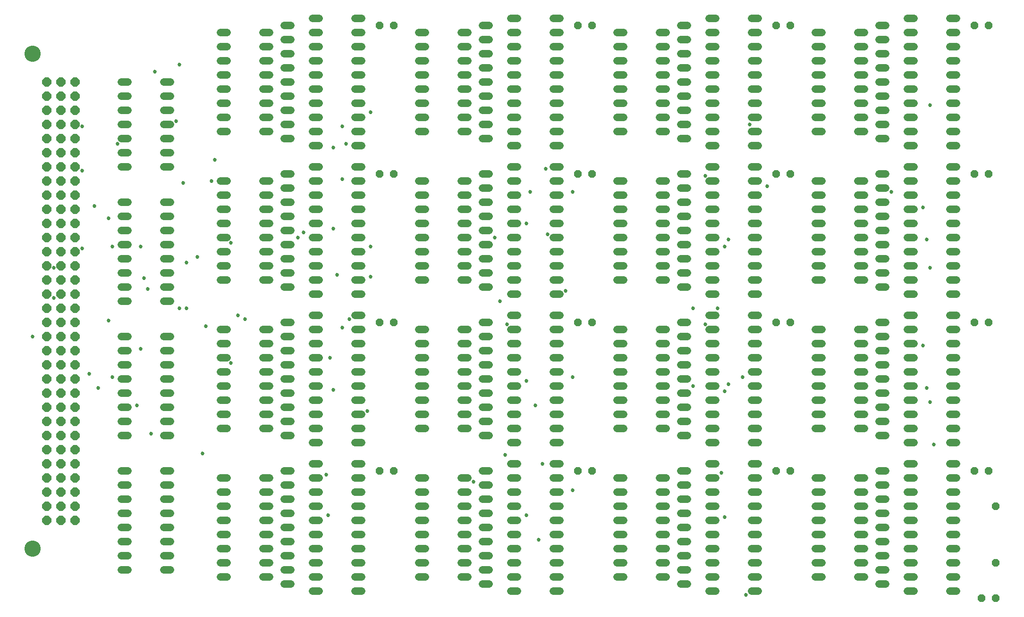
<source format=gbr>
G04 EAGLE Gerber RS-274X export*
G75*
%MOMM*%
%FSLAX34Y34*%
%LPD*%
%INSoldermask Bottom*%
%IPPOS*%
%AMOC8*
5,1,8,0,0,1.08239X$1,22.5*%
G01*
%ADD10P,1.787026X8X202.500000*%
%ADD11C,2.921000*%
%ADD12P,1.457113X8X202.500000*%
%ADD13P,1.457113X8X112.500000*%
%ADD14C,1.346200*%
%ADD15P,1.457113X8X22.500000*%
%ADD16C,0.685800*%


D10*
X50800Y177800D03*
X50800Y203200D03*
X50800Y228600D03*
X50800Y254000D03*
X50800Y279400D03*
X50800Y304800D03*
X50800Y330200D03*
X50800Y355600D03*
X50800Y381000D03*
X50800Y406400D03*
X50800Y431800D03*
X50800Y457200D03*
X50800Y482600D03*
X50800Y508000D03*
X50800Y533400D03*
X50800Y558800D03*
X76200Y177800D03*
X76200Y203200D03*
X76200Y228600D03*
X76200Y254000D03*
X76200Y279400D03*
X76200Y304800D03*
X76200Y330200D03*
X76200Y355600D03*
X76200Y381000D03*
X76200Y406400D03*
X76200Y431800D03*
X76200Y457200D03*
X76200Y482600D03*
X76200Y508000D03*
X76200Y533400D03*
X76200Y558800D03*
X101600Y177800D03*
X101600Y203200D03*
X101600Y228600D03*
X101600Y254000D03*
X101600Y279400D03*
X101600Y304800D03*
X101600Y330200D03*
X101600Y355600D03*
X101600Y381000D03*
X101600Y406400D03*
X101600Y431800D03*
X101600Y457200D03*
X101600Y482600D03*
X101600Y508000D03*
X101600Y533400D03*
X101600Y558800D03*
X50800Y584200D03*
X50800Y609600D03*
X50800Y635000D03*
X50800Y660400D03*
X50800Y685800D03*
X50800Y711200D03*
X50800Y736600D03*
X50800Y762000D03*
X50800Y787400D03*
X50800Y812800D03*
X50800Y838200D03*
X50800Y863600D03*
X50800Y889000D03*
X50800Y914400D03*
X50800Y939800D03*
X50800Y965200D03*
X76200Y584200D03*
X76200Y609600D03*
X76200Y635000D03*
X76200Y660400D03*
X76200Y685800D03*
X76200Y711200D03*
X76200Y736600D03*
X76200Y762000D03*
X76200Y787400D03*
X76200Y812800D03*
X76200Y838200D03*
X76200Y863600D03*
X76200Y889000D03*
X76200Y914400D03*
X76200Y939800D03*
X76200Y965200D03*
X101600Y584200D03*
X101600Y609600D03*
X101600Y635000D03*
X101600Y660400D03*
X101600Y685800D03*
X101600Y711200D03*
X101600Y736600D03*
X101600Y762000D03*
X101600Y787400D03*
X101600Y812800D03*
X101600Y838200D03*
X101600Y863600D03*
X101600Y889000D03*
X101600Y914400D03*
X101600Y939800D03*
X101600Y965200D03*
D11*
X25400Y1016064D03*
X25400Y126936D03*
D12*
X1752600Y38100D03*
X1727200Y38100D03*
D13*
X1752600Y101600D03*
X1752600Y203200D03*
D14*
X539496Y1079500D02*
X527304Y1079500D01*
X527304Y1054100D02*
X539496Y1054100D01*
X539496Y927100D02*
X527304Y927100D01*
X527304Y901700D02*
X539496Y901700D01*
X539496Y1028700D02*
X527304Y1028700D01*
X527304Y1003300D02*
X539496Y1003300D01*
X539496Y952500D02*
X527304Y952500D01*
X527304Y977900D02*
X539496Y977900D01*
X539496Y876300D02*
X527304Y876300D01*
X527304Y850900D02*
X539496Y850900D01*
X603504Y850900D02*
X615696Y850900D01*
X615696Y876300D02*
X603504Y876300D01*
X603504Y901700D02*
X615696Y901700D01*
X615696Y927100D02*
X603504Y927100D01*
X603504Y952500D02*
X615696Y952500D01*
X615696Y977900D02*
X603504Y977900D01*
X603504Y1003300D02*
X615696Y1003300D01*
X615696Y1028700D02*
X603504Y1028700D01*
X603504Y1054100D02*
X615696Y1054100D01*
X615696Y1079500D02*
X603504Y1079500D01*
X488696Y1066800D02*
X476504Y1066800D01*
X476504Y1041400D02*
X488696Y1041400D01*
X488696Y1016000D02*
X476504Y1016000D01*
X476504Y990600D02*
X488696Y990600D01*
X488696Y965200D02*
X476504Y965200D01*
X476504Y939800D02*
X488696Y939800D01*
X488696Y914400D02*
X476504Y914400D01*
X476504Y889000D02*
X488696Y889000D01*
X488696Y863600D02*
X476504Y863600D01*
X527304Y812800D02*
X539496Y812800D01*
X539496Y787400D02*
X527304Y787400D01*
X527304Y660400D02*
X539496Y660400D01*
X539496Y635000D02*
X527304Y635000D01*
X527304Y762000D02*
X539496Y762000D01*
X539496Y736600D02*
X527304Y736600D01*
X527304Y685800D02*
X539496Y685800D01*
X539496Y711200D02*
X527304Y711200D01*
X527304Y609600D02*
X539496Y609600D01*
X539496Y584200D02*
X527304Y584200D01*
X603504Y584200D02*
X615696Y584200D01*
X615696Y609600D02*
X603504Y609600D01*
X603504Y635000D02*
X615696Y635000D01*
X615696Y660400D02*
X603504Y660400D01*
X603504Y685800D02*
X615696Y685800D01*
X615696Y711200D02*
X603504Y711200D01*
X603504Y736600D02*
X615696Y736600D01*
X615696Y762000D02*
X603504Y762000D01*
X603504Y787400D02*
X615696Y787400D01*
X615696Y812800D02*
X603504Y812800D01*
X488696Y800100D02*
X476504Y800100D01*
X476504Y774700D02*
X488696Y774700D01*
X488696Y749300D02*
X476504Y749300D01*
X476504Y723900D02*
X488696Y723900D01*
X488696Y698500D02*
X476504Y698500D01*
X476504Y673100D02*
X488696Y673100D01*
X488696Y647700D02*
X476504Y647700D01*
X476504Y622300D02*
X488696Y622300D01*
X488696Y596900D02*
X476504Y596900D01*
X527304Y546100D02*
X539496Y546100D01*
X539496Y520700D02*
X527304Y520700D01*
X527304Y393700D02*
X539496Y393700D01*
X539496Y368300D02*
X527304Y368300D01*
X527304Y495300D02*
X539496Y495300D01*
X539496Y469900D02*
X527304Y469900D01*
X527304Y419100D02*
X539496Y419100D01*
X539496Y444500D02*
X527304Y444500D01*
X527304Y342900D02*
X539496Y342900D01*
X539496Y317500D02*
X527304Y317500D01*
X603504Y317500D02*
X615696Y317500D01*
X615696Y342900D02*
X603504Y342900D01*
X603504Y368300D02*
X615696Y368300D01*
X615696Y393700D02*
X603504Y393700D01*
X603504Y419100D02*
X615696Y419100D01*
X615696Y444500D02*
X603504Y444500D01*
X603504Y469900D02*
X615696Y469900D01*
X615696Y495300D02*
X603504Y495300D01*
X603504Y520700D02*
X615696Y520700D01*
X615696Y546100D02*
X603504Y546100D01*
X488696Y533400D02*
X476504Y533400D01*
X476504Y508000D02*
X488696Y508000D01*
X488696Y482600D02*
X476504Y482600D01*
X476504Y457200D02*
X488696Y457200D01*
X488696Y431800D02*
X476504Y431800D01*
X476504Y406400D02*
X488696Y406400D01*
X488696Y381000D02*
X476504Y381000D01*
X476504Y355600D02*
X488696Y355600D01*
X488696Y330200D02*
X476504Y330200D01*
X527304Y279400D02*
X539496Y279400D01*
X539496Y254000D02*
X527304Y254000D01*
X527304Y127000D02*
X539496Y127000D01*
X539496Y101600D02*
X527304Y101600D01*
X527304Y228600D02*
X539496Y228600D01*
X539496Y203200D02*
X527304Y203200D01*
X527304Y152400D02*
X539496Y152400D01*
X539496Y177800D02*
X527304Y177800D01*
X527304Y76200D02*
X539496Y76200D01*
X539496Y50800D02*
X527304Y50800D01*
X603504Y50800D02*
X615696Y50800D01*
X615696Y76200D02*
X603504Y76200D01*
X603504Y101600D02*
X615696Y101600D01*
X615696Y127000D02*
X603504Y127000D01*
X603504Y152400D02*
X615696Y152400D01*
X615696Y177800D02*
X603504Y177800D01*
X603504Y203200D02*
X615696Y203200D01*
X615696Y228600D02*
X603504Y228600D01*
X603504Y254000D02*
X615696Y254000D01*
X615696Y279400D02*
X603504Y279400D01*
X488696Y266700D02*
X476504Y266700D01*
X476504Y241300D02*
X488696Y241300D01*
X488696Y215900D02*
X476504Y215900D01*
X476504Y190500D02*
X488696Y190500D01*
X488696Y165100D02*
X476504Y165100D01*
X476504Y139700D02*
X488696Y139700D01*
X488696Y114300D02*
X476504Y114300D01*
X476504Y88900D02*
X488696Y88900D01*
X488696Y63500D02*
X476504Y63500D01*
X882904Y1079500D02*
X895096Y1079500D01*
X895096Y1054100D02*
X882904Y1054100D01*
X882904Y927100D02*
X895096Y927100D01*
X895096Y901700D02*
X882904Y901700D01*
X882904Y1028700D02*
X895096Y1028700D01*
X895096Y1003300D02*
X882904Y1003300D01*
X882904Y952500D02*
X895096Y952500D01*
X895096Y977900D02*
X882904Y977900D01*
X882904Y876300D02*
X895096Y876300D01*
X895096Y850900D02*
X882904Y850900D01*
X959104Y850900D02*
X971296Y850900D01*
X971296Y876300D02*
X959104Y876300D01*
X959104Y901700D02*
X971296Y901700D01*
X971296Y927100D02*
X959104Y927100D01*
X959104Y952500D02*
X971296Y952500D01*
X971296Y977900D02*
X959104Y977900D01*
X959104Y1003300D02*
X971296Y1003300D01*
X971296Y1028700D02*
X959104Y1028700D01*
X959104Y1054100D02*
X971296Y1054100D01*
X971296Y1079500D02*
X959104Y1079500D01*
X844296Y1066800D02*
X832104Y1066800D01*
X832104Y1041400D02*
X844296Y1041400D01*
X844296Y1016000D02*
X832104Y1016000D01*
X832104Y990600D02*
X844296Y990600D01*
X844296Y965200D02*
X832104Y965200D01*
X832104Y939800D02*
X844296Y939800D01*
X844296Y914400D02*
X832104Y914400D01*
X832104Y889000D02*
X844296Y889000D01*
X844296Y863600D02*
X832104Y863600D01*
X882904Y812800D02*
X895096Y812800D01*
X895096Y787400D02*
X882904Y787400D01*
X882904Y660400D02*
X895096Y660400D01*
X895096Y635000D02*
X882904Y635000D01*
X882904Y762000D02*
X895096Y762000D01*
X895096Y736600D02*
X882904Y736600D01*
X882904Y685800D02*
X895096Y685800D01*
X895096Y711200D02*
X882904Y711200D01*
X882904Y609600D02*
X895096Y609600D01*
X895096Y584200D02*
X882904Y584200D01*
X959104Y584200D02*
X971296Y584200D01*
X971296Y609600D02*
X959104Y609600D01*
X959104Y635000D02*
X971296Y635000D01*
X971296Y660400D02*
X959104Y660400D01*
X959104Y685800D02*
X971296Y685800D01*
X971296Y711200D02*
X959104Y711200D01*
X959104Y736600D02*
X971296Y736600D01*
X971296Y762000D02*
X959104Y762000D01*
X959104Y787400D02*
X971296Y787400D01*
X971296Y812800D02*
X959104Y812800D01*
X844296Y800100D02*
X832104Y800100D01*
X832104Y774700D02*
X844296Y774700D01*
X844296Y749300D02*
X832104Y749300D01*
X832104Y723900D02*
X844296Y723900D01*
X844296Y698500D02*
X832104Y698500D01*
X832104Y673100D02*
X844296Y673100D01*
X844296Y647700D02*
X832104Y647700D01*
X832104Y622300D02*
X844296Y622300D01*
X844296Y596900D02*
X832104Y596900D01*
X882904Y546100D02*
X895096Y546100D01*
X895096Y520700D02*
X882904Y520700D01*
X882904Y393700D02*
X895096Y393700D01*
X895096Y368300D02*
X882904Y368300D01*
X882904Y495300D02*
X895096Y495300D01*
X895096Y469900D02*
X882904Y469900D01*
X882904Y419100D02*
X895096Y419100D01*
X895096Y444500D02*
X882904Y444500D01*
X882904Y342900D02*
X895096Y342900D01*
X895096Y317500D02*
X882904Y317500D01*
X959104Y317500D02*
X971296Y317500D01*
X971296Y342900D02*
X959104Y342900D01*
X959104Y368300D02*
X971296Y368300D01*
X971296Y393700D02*
X959104Y393700D01*
X959104Y419100D02*
X971296Y419100D01*
X971296Y444500D02*
X959104Y444500D01*
X959104Y469900D02*
X971296Y469900D01*
X971296Y495300D02*
X959104Y495300D01*
X959104Y520700D02*
X971296Y520700D01*
X971296Y546100D02*
X959104Y546100D01*
X844296Y533400D02*
X832104Y533400D01*
X832104Y508000D02*
X844296Y508000D01*
X844296Y482600D02*
X832104Y482600D01*
X832104Y457200D02*
X844296Y457200D01*
X844296Y431800D02*
X832104Y431800D01*
X832104Y406400D02*
X844296Y406400D01*
X844296Y381000D02*
X832104Y381000D01*
X832104Y355600D02*
X844296Y355600D01*
X844296Y330200D02*
X832104Y330200D01*
X882904Y279400D02*
X895096Y279400D01*
X895096Y254000D02*
X882904Y254000D01*
X882904Y127000D02*
X895096Y127000D01*
X895096Y101600D02*
X882904Y101600D01*
X882904Y228600D02*
X895096Y228600D01*
X895096Y203200D02*
X882904Y203200D01*
X882904Y152400D02*
X895096Y152400D01*
X895096Y177800D02*
X882904Y177800D01*
X882904Y76200D02*
X895096Y76200D01*
X895096Y50800D02*
X882904Y50800D01*
X959104Y50800D02*
X971296Y50800D01*
X971296Y76200D02*
X959104Y76200D01*
X959104Y101600D02*
X971296Y101600D01*
X971296Y127000D02*
X959104Y127000D01*
X959104Y152400D02*
X971296Y152400D01*
X971296Y177800D02*
X959104Y177800D01*
X959104Y203200D02*
X971296Y203200D01*
X971296Y228600D02*
X959104Y228600D01*
X959104Y254000D02*
X971296Y254000D01*
X971296Y279400D02*
X959104Y279400D01*
X844296Y266700D02*
X832104Y266700D01*
X832104Y241300D02*
X844296Y241300D01*
X844296Y215900D02*
X832104Y215900D01*
X832104Y190500D02*
X844296Y190500D01*
X844296Y165100D02*
X832104Y165100D01*
X832104Y139700D02*
X844296Y139700D01*
X844296Y114300D02*
X832104Y114300D01*
X832104Y88900D02*
X844296Y88900D01*
X844296Y63500D02*
X832104Y63500D01*
X1238504Y1079500D02*
X1250696Y1079500D01*
X1250696Y1054100D02*
X1238504Y1054100D01*
X1238504Y927100D02*
X1250696Y927100D01*
X1250696Y901700D02*
X1238504Y901700D01*
X1238504Y1028700D02*
X1250696Y1028700D01*
X1250696Y1003300D02*
X1238504Y1003300D01*
X1238504Y952500D02*
X1250696Y952500D01*
X1250696Y977900D02*
X1238504Y977900D01*
X1238504Y876300D02*
X1250696Y876300D01*
X1250696Y850900D02*
X1238504Y850900D01*
X1314704Y850900D02*
X1326896Y850900D01*
X1326896Y876300D02*
X1314704Y876300D01*
X1314704Y901700D02*
X1326896Y901700D01*
X1326896Y927100D02*
X1314704Y927100D01*
X1314704Y952500D02*
X1326896Y952500D01*
X1326896Y977900D02*
X1314704Y977900D01*
X1314704Y1003300D02*
X1326896Y1003300D01*
X1326896Y1028700D02*
X1314704Y1028700D01*
X1314704Y1054100D02*
X1326896Y1054100D01*
X1326896Y1079500D02*
X1314704Y1079500D01*
X1199896Y1066800D02*
X1187704Y1066800D01*
X1187704Y1041400D02*
X1199896Y1041400D01*
X1199896Y1016000D02*
X1187704Y1016000D01*
X1187704Y990600D02*
X1199896Y990600D01*
X1199896Y965200D02*
X1187704Y965200D01*
X1187704Y939800D02*
X1199896Y939800D01*
X1199896Y914400D02*
X1187704Y914400D01*
X1187704Y889000D02*
X1199896Y889000D01*
X1199896Y863600D02*
X1187704Y863600D01*
X1238504Y812800D02*
X1250696Y812800D01*
X1250696Y787400D02*
X1238504Y787400D01*
X1238504Y660400D02*
X1250696Y660400D01*
X1250696Y635000D02*
X1238504Y635000D01*
X1238504Y762000D02*
X1250696Y762000D01*
X1250696Y736600D02*
X1238504Y736600D01*
X1238504Y685800D02*
X1250696Y685800D01*
X1250696Y711200D02*
X1238504Y711200D01*
X1238504Y609600D02*
X1250696Y609600D01*
X1250696Y584200D02*
X1238504Y584200D01*
X1314704Y584200D02*
X1326896Y584200D01*
X1326896Y609600D02*
X1314704Y609600D01*
X1314704Y635000D02*
X1326896Y635000D01*
X1326896Y660400D02*
X1314704Y660400D01*
X1314704Y685800D02*
X1326896Y685800D01*
X1326896Y711200D02*
X1314704Y711200D01*
X1314704Y736600D02*
X1326896Y736600D01*
X1326896Y762000D02*
X1314704Y762000D01*
X1314704Y787400D02*
X1326896Y787400D01*
X1326896Y812800D02*
X1314704Y812800D01*
X1199896Y800100D02*
X1187704Y800100D01*
X1187704Y774700D02*
X1199896Y774700D01*
X1199896Y749300D02*
X1187704Y749300D01*
X1187704Y723900D02*
X1199896Y723900D01*
X1199896Y698500D02*
X1187704Y698500D01*
X1187704Y673100D02*
X1199896Y673100D01*
X1199896Y647700D02*
X1187704Y647700D01*
X1187704Y622300D02*
X1199896Y622300D01*
X1199896Y596900D02*
X1187704Y596900D01*
X1238504Y546100D02*
X1250696Y546100D01*
X1250696Y520700D02*
X1238504Y520700D01*
X1238504Y393700D02*
X1250696Y393700D01*
X1250696Y368300D02*
X1238504Y368300D01*
X1238504Y495300D02*
X1250696Y495300D01*
X1250696Y469900D02*
X1238504Y469900D01*
X1238504Y419100D02*
X1250696Y419100D01*
X1250696Y444500D02*
X1238504Y444500D01*
X1238504Y342900D02*
X1250696Y342900D01*
X1250696Y317500D02*
X1238504Y317500D01*
X1314704Y317500D02*
X1326896Y317500D01*
X1326896Y342900D02*
X1314704Y342900D01*
X1314704Y368300D02*
X1326896Y368300D01*
X1326896Y393700D02*
X1314704Y393700D01*
X1314704Y419100D02*
X1326896Y419100D01*
X1326896Y444500D02*
X1314704Y444500D01*
X1314704Y469900D02*
X1326896Y469900D01*
X1326896Y495300D02*
X1314704Y495300D01*
X1314704Y520700D02*
X1326896Y520700D01*
X1326896Y546100D02*
X1314704Y546100D01*
X1199896Y533400D02*
X1187704Y533400D01*
X1187704Y508000D02*
X1199896Y508000D01*
X1199896Y482600D02*
X1187704Y482600D01*
X1187704Y457200D02*
X1199896Y457200D01*
X1199896Y431800D02*
X1187704Y431800D01*
X1187704Y406400D02*
X1199896Y406400D01*
X1199896Y381000D02*
X1187704Y381000D01*
X1187704Y355600D02*
X1199896Y355600D01*
X1199896Y330200D02*
X1187704Y330200D01*
X1238504Y279400D02*
X1250696Y279400D01*
X1250696Y254000D02*
X1238504Y254000D01*
X1238504Y127000D02*
X1250696Y127000D01*
X1250696Y101600D02*
X1238504Y101600D01*
X1238504Y228600D02*
X1250696Y228600D01*
X1250696Y203200D02*
X1238504Y203200D01*
X1238504Y152400D02*
X1250696Y152400D01*
X1250696Y177800D02*
X1238504Y177800D01*
X1238504Y76200D02*
X1250696Y76200D01*
X1250696Y50800D02*
X1238504Y50800D01*
X1314704Y50800D02*
X1326896Y50800D01*
X1326896Y76200D02*
X1314704Y76200D01*
X1314704Y101600D02*
X1326896Y101600D01*
X1326896Y127000D02*
X1314704Y127000D01*
X1314704Y152400D02*
X1326896Y152400D01*
X1326896Y177800D02*
X1314704Y177800D01*
X1314704Y203200D02*
X1326896Y203200D01*
X1326896Y228600D02*
X1314704Y228600D01*
X1314704Y254000D02*
X1326896Y254000D01*
X1326896Y279400D02*
X1314704Y279400D01*
X1199896Y266700D02*
X1187704Y266700D01*
X1187704Y241300D02*
X1199896Y241300D01*
X1199896Y215900D02*
X1187704Y215900D01*
X1187704Y190500D02*
X1199896Y190500D01*
X1199896Y165100D02*
X1187704Y165100D01*
X1187704Y139700D02*
X1199896Y139700D01*
X1199896Y114300D02*
X1187704Y114300D01*
X1187704Y88900D02*
X1199896Y88900D01*
X1199896Y63500D02*
X1187704Y63500D01*
X1594104Y1079500D02*
X1606296Y1079500D01*
X1606296Y1054100D02*
X1594104Y1054100D01*
X1594104Y927100D02*
X1606296Y927100D01*
X1606296Y901700D02*
X1594104Y901700D01*
X1594104Y1028700D02*
X1606296Y1028700D01*
X1606296Y1003300D02*
X1594104Y1003300D01*
X1594104Y952500D02*
X1606296Y952500D01*
X1606296Y977900D02*
X1594104Y977900D01*
X1594104Y876300D02*
X1606296Y876300D01*
X1606296Y850900D02*
X1594104Y850900D01*
X1670304Y850900D02*
X1682496Y850900D01*
X1682496Y876300D02*
X1670304Y876300D01*
X1670304Y901700D02*
X1682496Y901700D01*
X1682496Y927100D02*
X1670304Y927100D01*
X1670304Y952500D02*
X1682496Y952500D01*
X1682496Y977900D02*
X1670304Y977900D01*
X1670304Y1003300D02*
X1682496Y1003300D01*
X1682496Y1028700D02*
X1670304Y1028700D01*
X1670304Y1054100D02*
X1682496Y1054100D01*
X1682496Y1079500D02*
X1670304Y1079500D01*
X1555496Y1066800D02*
X1543304Y1066800D01*
X1543304Y1041400D02*
X1555496Y1041400D01*
X1555496Y1016000D02*
X1543304Y1016000D01*
X1543304Y990600D02*
X1555496Y990600D01*
X1555496Y965200D02*
X1543304Y965200D01*
X1543304Y939800D02*
X1555496Y939800D01*
X1555496Y914400D02*
X1543304Y914400D01*
X1543304Y889000D02*
X1555496Y889000D01*
X1555496Y863600D02*
X1543304Y863600D01*
X1594104Y812800D02*
X1606296Y812800D01*
X1606296Y787400D02*
X1594104Y787400D01*
X1594104Y660400D02*
X1606296Y660400D01*
X1606296Y635000D02*
X1594104Y635000D01*
X1594104Y762000D02*
X1606296Y762000D01*
X1606296Y736600D02*
X1594104Y736600D01*
X1594104Y685800D02*
X1606296Y685800D01*
X1606296Y711200D02*
X1594104Y711200D01*
X1594104Y609600D02*
X1606296Y609600D01*
X1606296Y584200D02*
X1594104Y584200D01*
X1670304Y584200D02*
X1682496Y584200D01*
X1682496Y609600D02*
X1670304Y609600D01*
X1670304Y635000D02*
X1682496Y635000D01*
X1682496Y660400D02*
X1670304Y660400D01*
X1670304Y685800D02*
X1682496Y685800D01*
X1682496Y711200D02*
X1670304Y711200D01*
X1670304Y736600D02*
X1682496Y736600D01*
X1682496Y762000D02*
X1670304Y762000D01*
X1670304Y787400D02*
X1682496Y787400D01*
X1682496Y812800D02*
X1670304Y812800D01*
X1555496Y800100D02*
X1543304Y800100D01*
X1543304Y774700D02*
X1555496Y774700D01*
X1555496Y749300D02*
X1543304Y749300D01*
X1543304Y723900D02*
X1555496Y723900D01*
X1555496Y698500D02*
X1543304Y698500D01*
X1543304Y673100D02*
X1555496Y673100D01*
X1555496Y647700D02*
X1543304Y647700D01*
X1543304Y622300D02*
X1555496Y622300D01*
X1555496Y596900D02*
X1543304Y596900D01*
X1594104Y546100D02*
X1606296Y546100D01*
X1606296Y520700D02*
X1594104Y520700D01*
X1594104Y393700D02*
X1606296Y393700D01*
X1606296Y368300D02*
X1594104Y368300D01*
X1594104Y495300D02*
X1606296Y495300D01*
X1606296Y469900D02*
X1594104Y469900D01*
X1594104Y419100D02*
X1606296Y419100D01*
X1606296Y444500D02*
X1594104Y444500D01*
X1594104Y342900D02*
X1606296Y342900D01*
X1606296Y317500D02*
X1594104Y317500D01*
X1670304Y317500D02*
X1682496Y317500D01*
X1682496Y342900D02*
X1670304Y342900D01*
X1670304Y368300D02*
X1682496Y368300D01*
X1682496Y393700D02*
X1670304Y393700D01*
X1670304Y419100D02*
X1682496Y419100D01*
X1682496Y444500D02*
X1670304Y444500D01*
X1670304Y469900D02*
X1682496Y469900D01*
X1682496Y495300D02*
X1670304Y495300D01*
X1670304Y520700D02*
X1682496Y520700D01*
X1682496Y546100D02*
X1670304Y546100D01*
X1555496Y533400D02*
X1543304Y533400D01*
X1543304Y508000D02*
X1555496Y508000D01*
X1555496Y482600D02*
X1543304Y482600D01*
X1543304Y457200D02*
X1555496Y457200D01*
X1555496Y431800D02*
X1543304Y431800D01*
X1543304Y406400D02*
X1555496Y406400D01*
X1555496Y381000D02*
X1543304Y381000D01*
X1543304Y355600D02*
X1555496Y355600D01*
X1555496Y330200D02*
X1543304Y330200D01*
X1594104Y279400D02*
X1606296Y279400D01*
X1606296Y254000D02*
X1594104Y254000D01*
X1594104Y127000D02*
X1606296Y127000D01*
X1606296Y101600D02*
X1594104Y101600D01*
X1594104Y228600D02*
X1606296Y228600D01*
X1606296Y203200D02*
X1594104Y203200D01*
X1594104Y152400D02*
X1606296Y152400D01*
X1606296Y177800D02*
X1594104Y177800D01*
X1594104Y76200D02*
X1606296Y76200D01*
X1606296Y50800D02*
X1594104Y50800D01*
X1670304Y50800D02*
X1682496Y50800D01*
X1682496Y76200D02*
X1670304Y76200D01*
X1670304Y101600D02*
X1682496Y101600D01*
X1682496Y127000D02*
X1670304Y127000D01*
X1670304Y152400D02*
X1682496Y152400D01*
X1682496Y177800D02*
X1670304Y177800D01*
X1670304Y203200D02*
X1682496Y203200D01*
X1682496Y228600D02*
X1670304Y228600D01*
X1670304Y254000D02*
X1682496Y254000D01*
X1682496Y279400D02*
X1670304Y279400D01*
X1555496Y266700D02*
X1543304Y266700D01*
X1543304Y241300D02*
X1555496Y241300D01*
X1555496Y215900D02*
X1543304Y215900D01*
X1543304Y190500D02*
X1555496Y190500D01*
X1555496Y165100D02*
X1543304Y165100D01*
X1543304Y139700D02*
X1555496Y139700D01*
X1555496Y114300D02*
X1543304Y114300D01*
X1543304Y88900D02*
X1555496Y88900D01*
X1555496Y63500D02*
X1543304Y63500D01*
X196596Y965200D02*
X184404Y965200D01*
X184404Y939800D02*
X196596Y939800D01*
X196596Y812800D02*
X184404Y812800D01*
X260604Y812800D02*
X272796Y812800D01*
X196596Y914400D02*
X184404Y914400D01*
X184404Y889000D02*
X196596Y889000D01*
X196596Y838200D02*
X184404Y838200D01*
X184404Y863600D02*
X196596Y863600D01*
X260604Y838200D02*
X272796Y838200D01*
X272796Y863600D02*
X260604Y863600D01*
X260604Y889000D02*
X272796Y889000D01*
X272796Y914400D02*
X260604Y914400D01*
X260604Y939800D02*
X272796Y939800D01*
X272796Y965200D02*
X260604Y965200D01*
X196596Y749300D02*
X184404Y749300D01*
X184404Y723900D02*
X196596Y723900D01*
X196596Y596900D02*
X184404Y596900D01*
X184404Y571500D02*
X196596Y571500D01*
X196596Y698500D02*
X184404Y698500D01*
X184404Y673100D02*
X196596Y673100D01*
X196596Y622300D02*
X184404Y622300D01*
X184404Y647700D02*
X196596Y647700D01*
X260604Y571500D02*
X272796Y571500D01*
X272796Y596900D02*
X260604Y596900D01*
X260604Y622300D02*
X272796Y622300D01*
X272796Y647700D02*
X260604Y647700D01*
X260604Y673100D02*
X272796Y673100D01*
X272796Y698500D02*
X260604Y698500D01*
X260604Y723900D02*
X272796Y723900D01*
X272796Y749300D02*
X260604Y749300D01*
X196596Y508000D02*
X184404Y508000D01*
X184404Y482600D02*
X196596Y482600D01*
X196596Y355600D02*
X184404Y355600D01*
X184404Y330200D02*
X196596Y330200D01*
X196596Y457200D02*
X184404Y457200D01*
X184404Y431800D02*
X196596Y431800D01*
X196596Y381000D02*
X184404Y381000D01*
X184404Y406400D02*
X196596Y406400D01*
X260604Y330200D02*
X272796Y330200D01*
X272796Y355600D02*
X260604Y355600D01*
X260604Y381000D02*
X272796Y381000D01*
X272796Y406400D02*
X260604Y406400D01*
X260604Y431800D02*
X272796Y431800D01*
X272796Y457200D02*
X260604Y457200D01*
X260604Y482600D02*
X272796Y482600D01*
X272796Y508000D02*
X260604Y508000D01*
X438404Y876300D02*
X450596Y876300D01*
X450596Y901700D02*
X438404Y901700D01*
X438404Y1028700D02*
X450596Y1028700D01*
X450596Y1054100D02*
X438404Y1054100D01*
X438404Y927100D02*
X450596Y927100D01*
X450596Y952500D02*
X438404Y952500D01*
X438404Y1003300D02*
X450596Y1003300D01*
X450596Y977900D02*
X438404Y977900D01*
X374396Y1054100D02*
X362204Y1054100D01*
X362204Y1028700D02*
X374396Y1028700D01*
X374396Y1003300D02*
X362204Y1003300D01*
X362204Y977900D02*
X374396Y977900D01*
X374396Y952500D02*
X362204Y952500D01*
X362204Y927100D02*
X374396Y927100D01*
X374396Y901700D02*
X362204Y901700D01*
X362204Y876300D02*
X374396Y876300D01*
X438404Y609600D02*
X450596Y609600D01*
X450596Y635000D02*
X438404Y635000D01*
X438404Y762000D02*
X450596Y762000D01*
X450596Y787400D02*
X438404Y787400D01*
X438404Y660400D02*
X450596Y660400D01*
X450596Y685800D02*
X438404Y685800D01*
X438404Y736600D02*
X450596Y736600D01*
X450596Y711200D02*
X438404Y711200D01*
X374396Y787400D02*
X362204Y787400D01*
X362204Y762000D02*
X374396Y762000D01*
X374396Y736600D02*
X362204Y736600D01*
X362204Y711200D02*
X374396Y711200D01*
X374396Y685800D02*
X362204Y685800D01*
X362204Y660400D02*
X374396Y660400D01*
X374396Y635000D02*
X362204Y635000D01*
X362204Y609600D02*
X374396Y609600D01*
X438404Y342900D02*
X450596Y342900D01*
X450596Y368300D02*
X438404Y368300D01*
X438404Y495300D02*
X450596Y495300D01*
X450596Y520700D02*
X438404Y520700D01*
X438404Y393700D02*
X450596Y393700D01*
X450596Y419100D02*
X438404Y419100D01*
X438404Y469900D02*
X450596Y469900D01*
X450596Y444500D02*
X438404Y444500D01*
X374396Y520700D02*
X362204Y520700D01*
X362204Y495300D02*
X374396Y495300D01*
X374396Y469900D02*
X362204Y469900D01*
X362204Y444500D02*
X374396Y444500D01*
X374396Y419100D02*
X362204Y419100D01*
X362204Y393700D02*
X374396Y393700D01*
X374396Y368300D02*
X362204Y368300D01*
X362204Y342900D02*
X374396Y342900D01*
X438404Y76200D02*
X450596Y76200D01*
X450596Y101600D02*
X438404Y101600D01*
X438404Y228600D02*
X450596Y228600D01*
X450596Y254000D02*
X438404Y254000D01*
X438404Y127000D02*
X450596Y127000D01*
X450596Y152400D02*
X438404Y152400D01*
X438404Y203200D02*
X450596Y203200D01*
X450596Y177800D02*
X438404Y177800D01*
X374396Y254000D02*
X362204Y254000D01*
X362204Y228600D02*
X374396Y228600D01*
X374396Y203200D02*
X362204Y203200D01*
X362204Y177800D02*
X374396Y177800D01*
X374396Y152400D02*
X362204Y152400D01*
X362204Y127000D02*
X374396Y127000D01*
X374396Y101600D02*
X362204Y101600D01*
X362204Y76200D02*
X374396Y76200D01*
X794004Y876300D02*
X806196Y876300D01*
X806196Y901700D02*
X794004Y901700D01*
X794004Y1028700D02*
X806196Y1028700D01*
X806196Y1054100D02*
X794004Y1054100D01*
X794004Y927100D02*
X806196Y927100D01*
X806196Y952500D02*
X794004Y952500D01*
X794004Y1003300D02*
X806196Y1003300D01*
X806196Y977900D02*
X794004Y977900D01*
X729996Y1054100D02*
X717804Y1054100D01*
X717804Y1028700D02*
X729996Y1028700D01*
X729996Y1003300D02*
X717804Y1003300D01*
X717804Y977900D02*
X729996Y977900D01*
X729996Y952500D02*
X717804Y952500D01*
X717804Y927100D02*
X729996Y927100D01*
X729996Y901700D02*
X717804Y901700D01*
X717804Y876300D02*
X729996Y876300D01*
X794004Y609600D02*
X806196Y609600D01*
X806196Y635000D02*
X794004Y635000D01*
X794004Y762000D02*
X806196Y762000D01*
X806196Y787400D02*
X794004Y787400D01*
X794004Y660400D02*
X806196Y660400D01*
X806196Y685800D02*
X794004Y685800D01*
X794004Y736600D02*
X806196Y736600D01*
X806196Y711200D02*
X794004Y711200D01*
X729996Y787400D02*
X717804Y787400D01*
X717804Y762000D02*
X729996Y762000D01*
X729996Y736600D02*
X717804Y736600D01*
X717804Y711200D02*
X729996Y711200D01*
X729996Y685800D02*
X717804Y685800D01*
X717804Y660400D02*
X729996Y660400D01*
X729996Y635000D02*
X717804Y635000D01*
X717804Y609600D02*
X729996Y609600D01*
X794004Y342900D02*
X806196Y342900D01*
X806196Y368300D02*
X794004Y368300D01*
X794004Y495300D02*
X806196Y495300D01*
X806196Y520700D02*
X794004Y520700D01*
X794004Y393700D02*
X806196Y393700D01*
X806196Y419100D02*
X794004Y419100D01*
X794004Y469900D02*
X806196Y469900D01*
X806196Y444500D02*
X794004Y444500D01*
X729996Y520700D02*
X717804Y520700D01*
X717804Y495300D02*
X729996Y495300D01*
X729996Y469900D02*
X717804Y469900D01*
X717804Y444500D02*
X729996Y444500D01*
X729996Y419100D02*
X717804Y419100D01*
X717804Y393700D02*
X729996Y393700D01*
X729996Y368300D02*
X717804Y368300D01*
X717804Y342900D02*
X729996Y342900D01*
X794004Y76200D02*
X806196Y76200D01*
X806196Y101600D02*
X794004Y101600D01*
X794004Y228600D02*
X806196Y228600D01*
X806196Y254000D02*
X794004Y254000D01*
X794004Y127000D02*
X806196Y127000D01*
X806196Y152400D02*
X794004Y152400D01*
X794004Y203200D02*
X806196Y203200D01*
X806196Y177800D02*
X794004Y177800D01*
X729996Y254000D02*
X717804Y254000D01*
X717804Y228600D02*
X729996Y228600D01*
X729996Y203200D02*
X717804Y203200D01*
X717804Y177800D02*
X729996Y177800D01*
X729996Y152400D02*
X717804Y152400D01*
X717804Y127000D02*
X729996Y127000D01*
X729996Y101600D02*
X717804Y101600D01*
X717804Y76200D02*
X729996Y76200D01*
X1149604Y876300D02*
X1161796Y876300D01*
X1161796Y901700D02*
X1149604Y901700D01*
X1149604Y1028700D02*
X1161796Y1028700D01*
X1161796Y1054100D02*
X1149604Y1054100D01*
X1149604Y927100D02*
X1161796Y927100D01*
X1161796Y952500D02*
X1149604Y952500D01*
X1149604Y1003300D02*
X1161796Y1003300D01*
X1161796Y977900D02*
X1149604Y977900D01*
X1085596Y1054100D02*
X1073404Y1054100D01*
X1073404Y1028700D02*
X1085596Y1028700D01*
X1085596Y1003300D02*
X1073404Y1003300D01*
X1073404Y977900D02*
X1085596Y977900D01*
X1085596Y952500D02*
X1073404Y952500D01*
X1073404Y927100D02*
X1085596Y927100D01*
X1085596Y901700D02*
X1073404Y901700D01*
X1073404Y876300D02*
X1085596Y876300D01*
X1149604Y609600D02*
X1161796Y609600D01*
X1161796Y635000D02*
X1149604Y635000D01*
X1149604Y762000D02*
X1161796Y762000D01*
X1161796Y787400D02*
X1149604Y787400D01*
X1149604Y660400D02*
X1161796Y660400D01*
X1161796Y685800D02*
X1149604Y685800D01*
X1149604Y736600D02*
X1161796Y736600D01*
X1161796Y711200D02*
X1149604Y711200D01*
X1085596Y787400D02*
X1073404Y787400D01*
X1073404Y762000D02*
X1085596Y762000D01*
X1085596Y736600D02*
X1073404Y736600D01*
X1073404Y711200D02*
X1085596Y711200D01*
X1085596Y685800D02*
X1073404Y685800D01*
X1073404Y660400D02*
X1085596Y660400D01*
X1085596Y635000D02*
X1073404Y635000D01*
X1073404Y609600D02*
X1085596Y609600D01*
X1149604Y342900D02*
X1161796Y342900D01*
X1161796Y368300D02*
X1149604Y368300D01*
X1149604Y495300D02*
X1161796Y495300D01*
X1161796Y520700D02*
X1149604Y520700D01*
X1149604Y393700D02*
X1161796Y393700D01*
X1161796Y419100D02*
X1149604Y419100D01*
X1149604Y469900D02*
X1161796Y469900D01*
X1161796Y444500D02*
X1149604Y444500D01*
X1085596Y520700D02*
X1073404Y520700D01*
X1073404Y495300D02*
X1085596Y495300D01*
X1085596Y469900D02*
X1073404Y469900D01*
X1073404Y444500D02*
X1085596Y444500D01*
X1085596Y419100D02*
X1073404Y419100D01*
X1073404Y393700D02*
X1085596Y393700D01*
X1085596Y368300D02*
X1073404Y368300D01*
X1073404Y342900D02*
X1085596Y342900D01*
X1149604Y76200D02*
X1161796Y76200D01*
X1161796Y101600D02*
X1149604Y101600D01*
X1149604Y228600D02*
X1161796Y228600D01*
X1161796Y254000D02*
X1149604Y254000D01*
X1149604Y127000D02*
X1161796Y127000D01*
X1161796Y152400D02*
X1149604Y152400D01*
X1149604Y203200D02*
X1161796Y203200D01*
X1161796Y177800D02*
X1149604Y177800D01*
X1085596Y254000D02*
X1073404Y254000D01*
X1073404Y228600D02*
X1085596Y228600D01*
X1085596Y203200D02*
X1073404Y203200D01*
X1073404Y177800D02*
X1085596Y177800D01*
X1085596Y152400D02*
X1073404Y152400D01*
X1073404Y127000D02*
X1085596Y127000D01*
X1085596Y101600D02*
X1073404Y101600D01*
X1073404Y76200D02*
X1085596Y76200D01*
X1505204Y876300D02*
X1517396Y876300D01*
X1517396Y901700D02*
X1505204Y901700D01*
X1505204Y1028700D02*
X1517396Y1028700D01*
X1517396Y1054100D02*
X1505204Y1054100D01*
X1505204Y927100D02*
X1517396Y927100D01*
X1517396Y952500D02*
X1505204Y952500D01*
X1505204Y1003300D02*
X1517396Y1003300D01*
X1517396Y977900D02*
X1505204Y977900D01*
X1441196Y1054100D02*
X1429004Y1054100D01*
X1429004Y1028700D02*
X1441196Y1028700D01*
X1441196Y1003300D02*
X1429004Y1003300D01*
X1429004Y977900D02*
X1441196Y977900D01*
X1441196Y952500D02*
X1429004Y952500D01*
X1429004Y927100D02*
X1441196Y927100D01*
X1441196Y901700D02*
X1429004Y901700D01*
X1429004Y876300D02*
X1441196Y876300D01*
X1505204Y609600D02*
X1517396Y609600D01*
X1517396Y635000D02*
X1505204Y635000D01*
X1505204Y762000D02*
X1517396Y762000D01*
X1517396Y787400D02*
X1505204Y787400D01*
X1505204Y660400D02*
X1517396Y660400D01*
X1517396Y685800D02*
X1505204Y685800D01*
X1505204Y736600D02*
X1517396Y736600D01*
X1517396Y711200D02*
X1505204Y711200D01*
X1441196Y787400D02*
X1429004Y787400D01*
X1429004Y762000D02*
X1441196Y762000D01*
X1441196Y736600D02*
X1429004Y736600D01*
X1429004Y711200D02*
X1441196Y711200D01*
X1441196Y685800D02*
X1429004Y685800D01*
X1429004Y660400D02*
X1441196Y660400D01*
X1441196Y635000D02*
X1429004Y635000D01*
X1429004Y609600D02*
X1441196Y609600D01*
X1505204Y342900D02*
X1517396Y342900D01*
X1517396Y368300D02*
X1505204Y368300D01*
X1505204Y495300D02*
X1517396Y495300D01*
X1517396Y520700D02*
X1505204Y520700D01*
X1505204Y393700D02*
X1517396Y393700D01*
X1517396Y419100D02*
X1505204Y419100D01*
X1505204Y469900D02*
X1517396Y469900D01*
X1517396Y444500D02*
X1505204Y444500D01*
X1441196Y520700D02*
X1429004Y520700D01*
X1429004Y495300D02*
X1441196Y495300D01*
X1441196Y469900D02*
X1429004Y469900D01*
X1429004Y444500D02*
X1441196Y444500D01*
X1441196Y419100D02*
X1429004Y419100D01*
X1429004Y393700D02*
X1441196Y393700D01*
X1441196Y368300D02*
X1429004Y368300D01*
X1429004Y342900D02*
X1441196Y342900D01*
X1505204Y76200D02*
X1517396Y76200D01*
X1517396Y101600D02*
X1505204Y101600D01*
X1505204Y228600D02*
X1517396Y228600D01*
X1517396Y254000D02*
X1505204Y254000D01*
X1505204Y127000D02*
X1517396Y127000D01*
X1517396Y152400D02*
X1505204Y152400D01*
X1505204Y203200D02*
X1517396Y203200D01*
X1517396Y177800D02*
X1505204Y177800D01*
X1441196Y254000D02*
X1429004Y254000D01*
X1429004Y228600D02*
X1441196Y228600D01*
X1441196Y203200D02*
X1429004Y203200D01*
X1429004Y177800D02*
X1441196Y177800D01*
X1441196Y152400D02*
X1429004Y152400D01*
X1429004Y127000D02*
X1441196Y127000D01*
X1441196Y101600D02*
X1429004Y101600D01*
X1429004Y76200D02*
X1441196Y76200D01*
X196596Y266700D02*
X184404Y266700D01*
X184404Y241300D02*
X196596Y241300D01*
X196596Y114300D02*
X184404Y114300D01*
X184404Y88900D02*
X196596Y88900D01*
X196596Y215900D02*
X184404Y215900D01*
X184404Y190500D02*
X196596Y190500D01*
X196596Y139700D02*
X184404Y139700D01*
X184404Y165100D02*
X196596Y165100D01*
X260604Y88900D02*
X272796Y88900D01*
X272796Y114300D02*
X260604Y114300D01*
X260604Y139700D02*
X272796Y139700D01*
X272796Y165100D02*
X260604Y165100D01*
X260604Y190500D02*
X272796Y190500D01*
X272796Y215900D02*
X260604Y215900D01*
X260604Y241300D02*
X272796Y241300D01*
X272796Y266700D02*
X260604Y266700D01*
D15*
X647700Y1066800D03*
X673100Y1066800D03*
X647700Y800100D03*
X673100Y800100D03*
X647700Y533400D03*
X673100Y533400D03*
X647700Y266700D03*
X673100Y266700D03*
X1003300Y1066800D03*
X1028700Y1066800D03*
X1003300Y800100D03*
X1028700Y800100D03*
X1003300Y533400D03*
X1028700Y533400D03*
X1003300Y266700D03*
X1028700Y266700D03*
X1358900Y1066800D03*
X1384300Y1066800D03*
X1358900Y800100D03*
X1384300Y800100D03*
X1358900Y533400D03*
X1384300Y533400D03*
X1358900Y266700D03*
X1384300Y266700D03*
X1714500Y1066800D03*
X1739900Y1066800D03*
X1714500Y800100D03*
X1739900Y800100D03*
X1714500Y533400D03*
X1739900Y533400D03*
X1714500Y266700D03*
X1739900Y266700D03*
D16*
X1622425Y492125D03*
X1622425Y739775D03*
X917575Y768350D03*
X558800Y469900D03*
X815975Y247650D03*
X63500Y577850D03*
X1628775Y415925D03*
X1628775Y682625D03*
X1266825Y184150D03*
X1273175Y422275D03*
X1273175Y682625D03*
X911225Y187325D03*
X911225Y428625D03*
X555625Y187325D03*
X565150Y412750D03*
X565150Y701675D03*
X911225Y711200D03*
X1565275Y768350D03*
X1641475Y314325D03*
X565150Y847725D03*
X571500Y619125D03*
X63500Y631825D03*
X406400Y539750D03*
X587375Y854075D03*
X114300Y666750D03*
X631825Y615950D03*
X993775Y434975D03*
X993775Y231775D03*
X1298575Y434975D03*
X949325Y692150D03*
X1311275Y889000D03*
X631825Y911225D03*
X631825Y669925D03*
X1635125Y390525D03*
X1635125Y631825D03*
X1635125Y923925D03*
X1266825Y669925D03*
X933450Y142875D03*
X1266825Y409575D03*
X1304925Y44450D03*
X981075Y590550D03*
X993775Y768350D03*
X1343025Y777875D03*
X581025Y790575D03*
X581025Y885825D03*
X581025Y523875D03*
X161925Y720725D03*
X161925Y536575D03*
X127000Y441325D03*
X219075Y669925D03*
X219075Y485775D03*
X114300Y885825D03*
X25400Y508000D03*
X114300Y806450D03*
X177800Y854075D03*
X168275Y434975D03*
X168275Y669925D03*
X142875Y415925D03*
X136525Y742950D03*
X511175Y695325D03*
X501650Y685800D03*
X625475Y374650D03*
X854075Y685800D03*
X927100Y384175D03*
X1209675Y419100D03*
X282575Y895350D03*
X381000Y676275D03*
X393700Y546100D03*
X593725Y539750D03*
X552450Y260350D03*
X301625Y641350D03*
X330200Y298450D03*
X288925Y996950D03*
X320675Y650875D03*
X346075Y787400D03*
X946150Y809625D03*
X863600Y571500D03*
X876300Y530225D03*
X231775Y593725D03*
X238125Y333375D03*
X873125Y295275D03*
X939800Y279400D03*
X244475Y984250D03*
X336550Y527050D03*
X352425Y825500D03*
X1231900Y796925D03*
X288925Y558800D03*
X1231900Y530225D03*
X1260475Y263525D03*
X381000Y460375D03*
X295275Y784225D03*
X301625Y558800D03*
X1209675Y558800D03*
X1254125Y558800D03*
X225425Y612775D03*
X212725Y384175D03*
M02*

</source>
